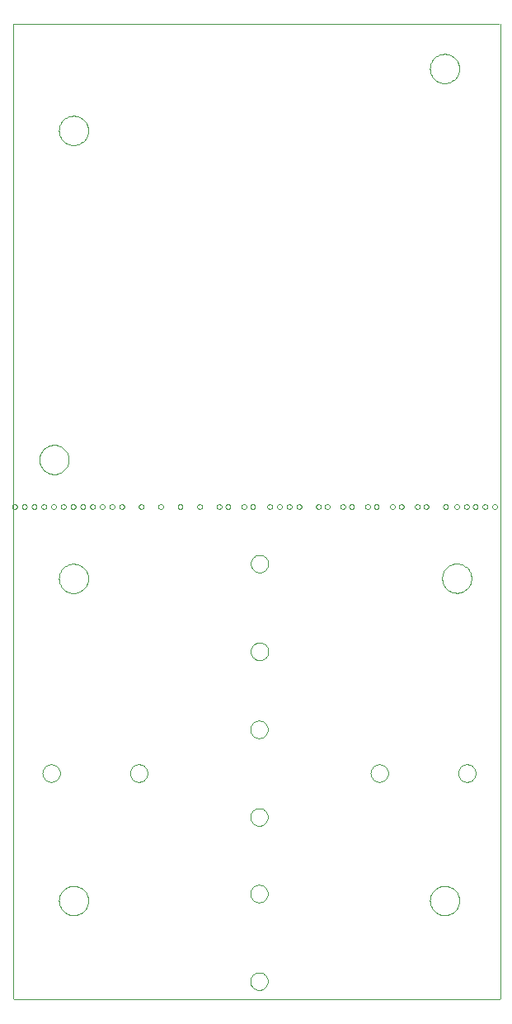
<source format=gko>
G75*
G70*
%OFA0B0*%
%FSLAX24Y24*%
%IPPOS*%
%LPD*%
%AMOC8*
5,1,8,0,0,1.08239X$1,22.5*
%
%ADD10C,0.0000*%
D10*
X018751Y014838D02*
X038399Y014838D01*
X038416Y014870D02*
X038416Y054240D01*
X038374Y054242D02*
X018731Y054242D01*
X018731Y054240D02*
X018731Y014870D01*
X020581Y018838D02*
X020583Y018886D01*
X020589Y018934D01*
X020599Y018981D01*
X020612Y019027D01*
X020630Y019072D01*
X020650Y019116D01*
X020675Y019158D01*
X020703Y019197D01*
X020733Y019234D01*
X020767Y019268D01*
X020804Y019300D01*
X020842Y019329D01*
X020883Y019354D01*
X020926Y019376D01*
X020971Y019394D01*
X021017Y019408D01*
X021064Y019419D01*
X021112Y019426D01*
X021160Y019429D01*
X021208Y019428D01*
X021256Y019423D01*
X021304Y019414D01*
X021350Y019402D01*
X021395Y019385D01*
X021439Y019365D01*
X021481Y019342D01*
X021521Y019315D01*
X021559Y019285D01*
X021594Y019252D01*
X021626Y019216D01*
X021656Y019178D01*
X021682Y019137D01*
X021704Y019094D01*
X021724Y019050D01*
X021739Y019005D01*
X021751Y018958D01*
X021759Y018910D01*
X021763Y018862D01*
X021763Y018814D01*
X021759Y018766D01*
X021751Y018718D01*
X021739Y018671D01*
X021724Y018626D01*
X021704Y018582D01*
X021682Y018539D01*
X021656Y018498D01*
X021626Y018460D01*
X021594Y018424D01*
X021559Y018391D01*
X021521Y018361D01*
X021481Y018334D01*
X021439Y018311D01*
X021395Y018291D01*
X021350Y018274D01*
X021304Y018262D01*
X021256Y018253D01*
X021208Y018248D01*
X021160Y018247D01*
X021112Y018250D01*
X021064Y018257D01*
X021017Y018268D01*
X020971Y018282D01*
X020926Y018300D01*
X020883Y018322D01*
X020842Y018347D01*
X020804Y018376D01*
X020767Y018408D01*
X020733Y018442D01*
X020703Y018479D01*
X020675Y018518D01*
X020650Y018560D01*
X020630Y018604D01*
X020612Y018649D01*
X020599Y018695D01*
X020589Y018742D01*
X020583Y018790D01*
X020581Y018838D01*
X019914Y023984D02*
X019916Y024021D01*
X019922Y024058D01*
X019931Y024094D01*
X019945Y024128D01*
X019962Y024161D01*
X019982Y024193D01*
X020005Y024222D01*
X020031Y024248D01*
X020060Y024271D01*
X020091Y024291D01*
X020125Y024308D01*
X020159Y024322D01*
X020195Y024331D01*
X020232Y024337D01*
X020269Y024339D01*
X020306Y024337D01*
X020343Y024331D01*
X020379Y024322D01*
X020413Y024308D01*
X020446Y024291D01*
X020478Y024271D01*
X020507Y024248D01*
X020533Y024222D01*
X020556Y024193D01*
X020576Y024162D01*
X020593Y024128D01*
X020607Y024094D01*
X020616Y024058D01*
X020622Y024021D01*
X020624Y023984D01*
X020622Y023947D01*
X020616Y023910D01*
X020607Y023874D01*
X020593Y023840D01*
X020576Y023807D01*
X020556Y023775D01*
X020533Y023746D01*
X020507Y023720D01*
X020478Y023697D01*
X020447Y023677D01*
X020413Y023660D01*
X020379Y023646D01*
X020343Y023637D01*
X020306Y023631D01*
X020269Y023629D01*
X020232Y023631D01*
X020195Y023637D01*
X020159Y023646D01*
X020125Y023660D01*
X020092Y023677D01*
X020060Y023697D01*
X020031Y023720D01*
X020005Y023746D01*
X019982Y023775D01*
X019962Y023806D01*
X019945Y023840D01*
X019931Y023874D01*
X019922Y023910D01*
X019916Y023947D01*
X019914Y023984D01*
X023454Y023984D02*
X023456Y024021D01*
X023462Y024058D01*
X023471Y024094D01*
X023485Y024128D01*
X023502Y024161D01*
X023522Y024193D01*
X023545Y024222D01*
X023571Y024248D01*
X023600Y024271D01*
X023631Y024291D01*
X023665Y024308D01*
X023699Y024322D01*
X023735Y024331D01*
X023772Y024337D01*
X023809Y024339D01*
X023846Y024337D01*
X023883Y024331D01*
X023919Y024322D01*
X023953Y024308D01*
X023986Y024291D01*
X024018Y024271D01*
X024047Y024248D01*
X024073Y024222D01*
X024096Y024193D01*
X024116Y024162D01*
X024133Y024128D01*
X024147Y024094D01*
X024156Y024058D01*
X024162Y024021D01*
X024164Y023984D01*
X024162Y023947D01*
X024156Y023910D01*
X024147Y023874D01*
X024133Y023840D01*
X024116Y023807D01*
X024096Y023775D01*
X024073Y023746D01*
X024047Y023720D01*
X024018Y023697D01*
X023987Y023677D01*
X023953Y023660D01*
X023919Y023646D01*
X023883Y023637D01*
X023846Y023631D01*
X023809Y023629D01*
X023772Y023631D01*
X023735Y023637D01*
X023699Y023646D01*
X023665Y023660D01*
X023632Y023677D01*
X023600Y023697D01*
X023571Y023720D01*
X023545Y023746D01*
X023522Y023775D01*
X023502Y023806D01*
X023485Y023840D01*
X023471Y023874D01*
X023462Y023910D01*
X023456Y023947D01*
X023454Y023984D01*
X028317Y025754D02*
X028319Y025791D01*
X028325Y025828D01*
X028334Y025864D01*
X028348Y025898D01*
X028365Y025931D01*
X028385Y025963D01*
X028408Y025992D01*
X028434Y026018D01*
X028463Y026041D01*
X028494Y026061D01*
X028528Y026078D01*
X028562Y026092D01*
X028598Y026101D01*
X028635Y026107D01*
X028672Y026109D01*
X028709Y026107D01*
X028746Y026101D01*
X028782Y026092D01*
X028816Y026078D01*
X028849Y026061D01*
X028881Y026041D01*
X028910Y026018D01*
X028936Y025992D01*
X028959Y025963D01*
X028979Y025932D01*
X028996Y025898D01*
X029010Y025864D01*
X029019Y025828D01*
X029025Y025791D01*
X029027Y025754D01*
X029025Y025717D01*
X029019Y025680D01*
X029010Y025644D01*
X028996Y025610D01*
X028979Y025577D01*
X028959Y025545D01*
X028936Y025516D01*
X028910Y025490D01*
X028881Y025467D01*
X028850Y025447D01*
X028816Y025430D01*
X028782Y025416D01*
X028746Y025407D01*
X028709Y025401D01*
X028672Y025399D01*
X028635Y025401D01*
X028598Y025407D01*
X028562Y025416D01*
X028528Y025430D01*
X028495Y025447D01*
X028463Y025467D01*
X028434Y025490D01*
X028408Y025516D01*
X028385Y025545D01*
X028365Y025576D01*
X028348Y025610D01*
X028334Y025644D01*
X028325Y025680D01*
X028319Y025717D01*
X028317Y025754D01*
X028337Y028907D02*
X028339Y028944D01*
X028345Y028981D01*
X028354Y029017D01*
X028368Y029051D01*
X028385Y029084D01*
X028405Y029116D01*
X028428Y029145D01*
X028454Y029171D01*
X028483Y029194D01*
X028514Y029214D01*
X028548Y029231D01*
X028582Y029245D01*
X028618Y029254D01*
X028655Y029260D01*
X028692Y029262D01*
X028729Y029260D01*
X028766Y029254D01*
X028802Y029245D01*
X028836Y029231D01*
X028869Y029214D01*
X028901Y029194D01*
X028930Y029171D01*
X028956Y029145D01*
X028979Y029116D01*
X028999Y029085D01*
X029016Y029051D01*
X029030Y029017D01*
X029039Y028981D01*
X029045Y028944D01*
X029047Y028907D01*
X029045Y028870D01*
X029039Y028833D01*
X029030Y028797D01*
X029016Y028763D01*
X028999Y028730D01*
X028979Y028698D01*
X028956Y028669D01*
X028930Y028643D01*
X028901Y028620D01*
X028870Y028600D01*
X028836Y028583D01*
X028802Y028569D01*
X028766Y028560D01*
X028729Y028554D01*
X028692Y028552D01*
X028655Y028554D01*
X028618Y028560D01*
X028582Y028569D01*
X028548Y028583D01*
X028515Y028600D01*
X028483Y028620D01*
X028454Y028643D01*
X028428Y028669D01*
X028405Y028698D01*
X028385Y028729D01*
X028368Y028763D01*
X028354Y028797D01*
X028345Y028833D01*
X028339Y028870D01*
X028337Y028907D01*
X028337Y032447D02*
X028339Y032484D01*
X028345Y032521D01*
X028354Y032557D01*
X028368Y032591D01*
X028385Y032624D01*
X028405Y032656D01*
X028428Y032685D01*
X028454Y032711D01*
X028483Y032734D01*
X028514Y032754D01*
X028548Y032771D01*
X028582Y032785D01*
X028618Y032794D01*
X028655Y032800D01*
X028692Y032802D01*
X028729Y032800D01*
X028766Y032794D01*
X028802Y032785D01*
X028836Y032771D01*
X028869Y032754D01*
X028901Y032734D01*
X028930Y032711D01*
X028956Y032685D01*
X028979Y032656D01*
X028999Y032625D01*
X029016Y032591D01*
X029030Y032557D01*
X029039Y032521D01*
X029045Y032484D01*
X029047Y032447D01*
X029045Y032410D01*
X029039Y032373D01*
X029030Y032337D01*
X029016Y032303D01*
X028999Y032270D01*
X028979Y032238D01*
X028956Y032209D01*
X028930Y032183D01*
X028901Y032160D01*
X028870Y032140D01*
X028836Y032123D01*
X028802Y032109D01*
X028766Y032100D01*
X028729Y032094D01*
X028692Y032092D01*
X028655Y032094D01*
X028618Y032100D01*
X028582Y032109D01*
X028548Y032123D01*
X028515Y032140D01*
X028483Y032160D01*
X028454Y032183D01*
X028428Y032209D01*
X028405Y032238D01*
X028385Y032269D01*
X028368Y032303D01*
X028354Y032337D01*
X028345Y032373D01*
X028339Y032410D01*
X028337Y032447D01*
X028318Y034752D02*
X028320Y034771D01*
X028325Y034790D01*
X028335Y034806D01*
X028347Y034821D01*
X028362Y034833D01*
X028378Y034843D01*
X028397Y034848D01*
X028416Y034850D01*
X028435Y034848D01*
X028454Y034843D01*
X028470Y034833D01*
X028485Y034821D01*
X028497Y034806D01*
X028507Y034790D01*
X028512Y034771D01*
X028514Y034752D01*
X028512Y034733D01*
X028507Y034714D01*
X028497Y034698D01*
X028485Y034683D01*
X028470Y034671D01*
X028454Y034661D01*
X028435Y034656D01*
X028416Y034654D01*
X028397Y034656D01*
X028378Y034661D01*
X028362Y034671D01*
X028347Y034683D01*
X028335Y034698D01*
X028325Y034714D01*
X028320Y034733D01*
X028318Y034752D01*
X027964Y034752D02*
X027966Y034771D01*
X027971Y034790D01*
X027981Y034806D01*
X027993Y034821D01*
X028008Y034833D01*
X028024Y034843D01*
X028043Y034848D01*
X028062Y034850D01*
X028081Y034848D01*
X028100Y034843D01*
X028116Y034833D01*
X028131Y034821D01*
X028143Y034806D01*
X028153Y034790D01*
X028158Y034771D01*
X028160Y034752D01*
X028158Y034733D01*
X028153Y034714D01*
X028143Y034698D01*
X028131Y034683D01*
X028116Y034671D01*
X028100Y034661D01*
X028081Y034656D01*
X028062Y034654D01*
X028043Y034656D01*
X028024Y034661D01*
X028008Y034671D01*
X027993Y034683D01*
X027981Y034698D01*
X027971Y034714D01*
X027966Y034733D01*
X027964Y034752D01*
X027315Y034752D02*
X027317Y034771D01*
X027322Y034790D01*
X027332Y034806D01*
X027344Y034821D01*
X027359Y034833D01*
X027375Y034843D01*
X027394Y034848D01*
X027413Y034850D01*
X027432Y034848D01*
X027451Y034843D01*
X027467Y034833D01*
X027482Y034821D01*
X027494Y034806D01*
X027504Y034790D01*
X027509Y034771D01*
X027511Y034752D01*
X027509Y034733D01*
X027504Y034714D01*
X027494Y034698D01*
X027482Y034683D01*
X027467Y034671D01*
X027451Y034661D01*
X027432Y034656D01*
X027413Y034654D01*
X027394Y034656D01*
X027375Y034661D01*
X027359Y034671D01*
X027344Y034683D01*
X027332Y034698D01*
X027322Y034714D01*
X027317Y034733D01*
X027315Y034752D01*
X026960Y034752D02*
X026962Y034771D01*
X026967Y034790D01*
X026977Y034806D01*
X026989Y034821D01*
X027004Y034833D01*
X027020Y034843D01*
X027039Y034848D01*
X027058Y034850D01*
X027077Y034848D01*
X027096Y034843D01*
X027112Y034833D01*
X027127Y034821D01*
X027139Y034806D01*
X027149Y034790D01*
X027154Y034771D01*
X027156Y034752D01*
X027154Y034733D01*
X027149Y034714D01*
X027139Y034698D01*
X027127Y034683D01*
X027112Y034671D01*
X027096Y034661D01*
X027077Y034656D01*
X027058Y034654D01*
X027039Y034656D01*
X027020Y034661D01*
X027004Y034671D01*
X026989Y034683D01*
X026977Y034698D01*
X026967Y034714D01*
X026962Y034733D01*
X026960Y034752D01*
X026173Y034752D02*
X026175Y034771D01*
X026180Y034790D01*
X026190Y034806D01*
X026202Y034821D01*
X026217Y034833D01*
X026233Y034843D01*
X026252Y034848D01*
X026271Y034850D01*
X026290Y034848D01*
X026309Y034843D01*
X026325Y034833D01*
X026340Y034821D01*
X026352Y034806D01*
X026362Y034790D01*
X026367Y034771D01*
X026369Y034752D01*
X026367Y034733D01*
X026362Y034714D01*
X026352Y034698D01*
X026340Y034683D01*
X026325Y034671D01*
X026309Y034661D01*
X026290Y034656D01*
X026271Y034654D01*
X026252Y034656D01*
X026233Y034661D01*
X026217Y034671D01*
X026202Y034683D01*
X026190Y034698D01*
X026180Y034714D01*
X026175Y034733D01*
X026173Y034752D01*
X025385Y034752D02*
X025387Y034771D01*
X025392Y034790D01*
X025402Y034806D01*
X025414Y034821D01*
X025429Y034833D01*
X025445Y034843D01*
X025464Y034848D01*
X025483Y034850D01*
X025502Y034848D01*
X025521Y034843D01*
X025537Y034833D01*
X025552Y034821D01*
X025564Y034806D01*
X025574Y034790D01*
X025579Y034771D01*
X025581Y034752D01*
X025579Y034733D01*
X025574Y034714D01*
X025564Y034698D01*
X025552Y034683D01*
X025537Y034671D01*
X025521Y034661D01*
X025502Y034656D01*
X025483Y034654D01*
X025464Y034656D01*
X025445Y034661D01*
X025429Y034671D01*
X025414Y034683D01*
X025402Y034698D01*
X025392Y034714D01*
X025387Y034733D01*
X025385Y034752D01*
X024598Y034752D02*
X024600Y034771D01*
X024605Y034790D01*
X024615Y034806D01*
X024627Y034821D01*
X024642Y034833D01*
X024658Y034843D01*
X024677Y034848D01*
X024696Y034850D01*
X024715Y034848D01*
X024734Y034843D01*
X024750Y034833D01*
X024765Y034821D01*
X024777Y034806D01*
X024787Y034790D01*
X024792Y034771D01*
X024794Y034752D01*
X024792Y034733D01*
X024787Y034714D01*
X024777Y034698D01*
X024765Y034683D01*
X024750Y034671D01*
X024734Y034661D01*
X024715Y034656D01*
X024696Y034654D01*
X024677Y034656D01*
X024658Y034661D01*
X024642Y034671D01*
X024627Y034683D01*
X024615Y034698D01*
X024605Y034714D01*
X024600Y034733D01*
X024598Y034752D01*
X023811Y034752D02*
X023813Y034771D01*
X023818Y034790D01*
X023828Y034806D01*
X023840Y034821D01*
X023855Y034833D01*
X023871Y034843D01*
X023890Y034848D01*
X023909Y034850D01*
X023928Y034848D01*
X023947Y034843D01*
X023963Y034833D01*
X023978Y034821D01*
X023990Y034806D01*
X024000Y034790D01*
X024005Y034771D01*
X024007Y034752D01*
X024005Y034733D01*
X024000Y034714D01*
X023990Y034698D01*
X023978Y034683D01*
X023963Y034671D01*
X023947Y034661D01*
X023928Y034656D01*
X023909Y034654D01*
X023890Y034656D01*
X023871Y034661D01*
X023855Y034671D01*
X023840Y034683D01*
X023828Y034698D01*
X023818Y034714D01*
X023813Y034733D01*
X023811Y034752D01*
X023023Y034752D02*
X023025Y034771D01*
X023030Y034790D01*
X023040Y034806D01*
X023052Y034821D01*
X023067Y034833D01*
X023083Y034843D01*
X023102Y034848D01*
X023121Y034850D01*
X023140Y034848D01*
X023159Y034843D01*
X023175Y034833D01*
X023190Y034821D01*
X023202Y034806D01*
X023212Y034790D01*
X023217Y034771D01*
X023219Y034752D01*
X023217Y034733D01*
X023212Y034714D01*
X023202Y034698D01*
X023190Y034683D01*
X023175Y034671D01*
X023159Y034661D01*
X023140Y034656D01*
X023121Y034654D01*
X023102Y034656D01*
X023083Y034661D01*
X023067Y034671D01*
X023052Y034683D01*
X023040Y034698D01*
X023030Y034714D01*
X023025Y034733D01*
X023023Y034752D01*
X022630Y034752D02*
X022632Y034771D01*
X022637Y034790D01*
X022647Y034806D01*
X022659Y034821D01*
X022674Y034833D01*
X022690Y034843D01*
X022709Y034848D01*
X022728Y034850D01*
X022747Y034848D01*
X022766Y034843D01*
X022782Y034833D01*
X022797Y034821D01*
X022809Y034806D01*
X022819Y034790D01*
X022824Y034771D01*
X022826Y034752D01*
X022824Y034733D01*
X022819Y034714D01*
X022809Y034698D01*
X022797Y034683D01*
X022782Y034671D01*
X022766Y034661D01*
X022747Y034656D01*
X022728Y034654D01*
X022709Y034656D01*
X022690Y034661D01*
X022674Y034671D01*
X022659Y034683D01*
X022647Y034698D01*
X022637Y034714D01*
X022632Y034733D01*
X022630Y034752D01*
X022236Y034752D02*
X022238Y034771D01*
X022243Y034790D01*
X022253Y034806D01*
X022265Y034821D01*
X022280Y034833D01*
X022296Y034843D01*
X022315Y034848D01*
X022334Y034850D01*
X022353Y034848D01*
X022372Y034843D01*
X022388Y034833D01*
X022403Y034821D01*
X022415Y034806D01*
X022425Y034790D01*
X022430Y034771D01*
X022432Y034752D01*
X022430Y034733D01*
X022425Y034714D01*
X022415Y034698D01*
X022403Y034683D01*
X022388Y034671D01*
X022372Y034661D01*
X022353Y034656D01*
X022334Y034654D01*
X022315Y034656D01*
X022296Y034661D01*
X022280Y034671D01*
X022265Y034683D01*
X022253Y034698D01*
X022243Y034714D01*
X022238Y034733D01*
X022236Y034752D01*
X021842Y034752D02*
X021844Y034771D01*
X021849Y034790D01*
X021859Y034806D01*
X021871Y034821D01*
X021886Y034833D01*
X021902Y034843D01*
X021921Y034848D01*
X021940Y034850D01*
X021959Y034848D01*
X021978Y034843D01*
X021994Y034833D01*
X022009Y034821D01*
X022021Y034806D01*
X022031Y034790D01*
X022036Y034771D01*
X022038Y034752D01*
X022036Y034733D01*
X022031Y034714D01*
X022021Y034698D01*
X022009Y034683D01*
X021994Y034671D01*
X021978Y034661D01*
X021959Y034656D01*
X021940Y034654D01*
X021921Y034656D01*
X021902Y034661D01*
X021886Y034671D01*
X021871Y034683D01*
X021859Y034698D01*
X021849Y034714D01*
X021844Y034733D01*
X021842Y034752D01*
X021448Y034752D02*
X021450Y034771D01*
X021455Y034790D01*
X021465Y034806D01*
X021477Y034821D01*
X021492Y034833D01*
X021508Y034843D01*
X021527Y034848D01*
X021546Y034850D01*
X021565Y034848D01*
X021584Y034843D01*
X021600Y034833D01*
X021615Y034821D01*
X021627Y034806D01*
X021637Y034790D01*
X021642Y034771D01*
X021644Y034752D01*
X021642Y034733D01*
X021637Y034714D01*
X021627Y034698D01*
X021615Y034683D01*
X021600Y034671D01*
X021584Y034661D01*
X021565Y034656D01*
X021546Y034654D01*
X021527Y034656D01*
X021508Y034661D01*
X021492Y034671D01*
X021477Y034683D01*
X021465Y034698D01*
X021455Y034714D01*
X021450Y034733D01*
X021448Y034752D01*
X021055Y034752D02*
X021057Y034771D01*
X021062Y034790D01*
X021072Y034806D01*
X021084Y034821D01*
X021099Y034833D01*
X021115Y034843D01*
X021134Y034848D01*
X021153Y034850D01*
X021172Y034848D01*
X021191Y034843D01*
X021207Y034833D01*
X021222Y034821D01*
X021234Y034806D01*
X021244Y034790D01*
X021249Y034771D01*
X021251Y034752D01*
X021249Y034733D01*
X021244Y034714D01*
X021234Y034698D01*
X021222Y034683D01*
X021207Y034671D01*
X021191Y034661D01*
X021172Y034656D01*
X021153Y034654D01*
X021134Y034656D01*
X021115Y034661D01*
X021099Y034671D01*
X021084Y034683D01*
X021072Y034698D01*
X021062Y034714D01*
X021057Y034733D01*
X021055Y034752D01*
X020661Y034752D02*
X020663Y034771D01*
X020668Y034790D01*
X020678Y034806D01*
X020690Y034821D01*
X020705Y034833D01*
X020721Y034843D01*
X020740Y034848D01*
X020759Y034850D01*
X020778Y034848D01*
X020797Y034843D01*
X020813Y034833D01*
X020828Y034821D01*
X020840Y034806D01*
X020850Y034790D01*
X020855Y034771D01*
X020857Y034752D01*
X020855Y034733D01*
X020850Y034714D01*
X020840Y034698D01*
X020828Y034683D01*
X020813Y034671D01*
X020797Y034661D01*
X020778Y034656D01*
X020759Y034654D01*
X020740Y034656D01*
X020721Y034661D01*
X020705Y034671D01*
X020690Y034683D01*
X020678Y034698D01*
X020668Y034714D01*
X020663Y034733D01*
X020661Y034752D01*
X020267Y034752D02*
X020269Y034771D01*
X020274Y034790D01*
X020284Y034806D01*
X020296Y034821D01*
X020311Y034833D01*
X020327Y034843D01*
X020346Y034848D01*
X020365Y034850D01*
X020384Y034848D01*
X020403Y034843D01*
X020419Y034833D01*
X020434Y034821D01*
X020446Y034806D01*
X020456Y034790D01*
X020461Y034771D01*
X020463Y034752D01*
X020461Y034733D01*
X020456Y034714D01*
X020446Y034698D01*
X020434Y034683D01*
X020419Y034671D01*
X020403Y034661D01*
X020384Y034656D01*
X020365Y034654D01*
X020346Y034656D01*
X020327Y034661D01*
X020311Y034671D01*
X020296Y034683D01*
X020284Y034698D01*
X020274Y034714D01*
X020269Y034733D01*
X020267Y034752D01*
X019874Y034752D02*
X019876Y034771D01*
X019881Y034790D01*
X019891Y034806D01*
X019903Y034821D01*
X019918Y034833D01*
X019934Y034843D01*
X019953Y034848D01*
X019972Y034850D01*
X019991Y034848D01*
X020010Y034843D01*
X020026Y034833D01*
X020041Y034821D01*
X020053Y034806D01*
X020063Y034790D01*
X020068Y034771D01*
X020070Y034752D01*
X020068Y034733D01*
X020063Y034714D01*
X020053Y034698D01*
X020041Y034683D01*
X020026Y034671D01*
X020010Y034661D01*
X019991Y034656D01*
X019972Y034654D01*
X019953Y034656D01*
X019934Y034661D01*
X019918Y034671D01*
X019903Y034683D01*
X019891Y034698D01*
X019881Y034714D01*
X019876Y034733D01*
X019874Y034752D01*
X019480Y034752D02*
X019482Y034771D01*
X019487Y034790D01*
X019497Y034806D01*
X019509Y034821D01*
X019524Y034833D01*
X019540Y034843D01*
X019559Y034848D01*
X019578Y034850D01*
X019597Y034848D01*
X019616Y034843D01*
X019632Y034833D01*
X019647Y034821D01*
X019659Y034806D01*
X019669Y034790D01*
X019674Y034771D01*
X019676Y034752D01*
X019674Y034733D01*
X019669Y034714D01*
X019659Y034698D01*
X019647Y034683D01*
X019632Y034671D01*
X019616Y034661D01*
X019597Y034656D01*
X019578Y034654D01*
X019559Y034656D01*
X019540Y034661D01*
X019524Y034671D01*
X019509Y034683D01*
X019497Y034698D01*
X019487Y034714D01*
X019482Y034733D01*
X019480Y034752D01*
X019086Y034752D02*
X019088Y034771D01*
X019093Y034790D01*
X019103Y034806D01*
X019115Y034821D01*
X019130Y034833D01*
X019146Y034843D01*
X019165Y034848D01*
X019184Y034850D01*
X019203Y034848D01*
X019222Y034843D01*
X019238Y034833D01*
X019253Y034821D01*
X019265Y034806D01*
X019275Y034790D01*
X019280Y034771D01*
X019282Y034752D01*
X019280Y034733D01*
X019275Y034714D01*
X019265Y034698D01*
X019253Y034683D01*
X019238Y034671D01*
X019222Y034661D01*
X019203Y034656D01*
X019184Y034654D01*
X019165Y034656D01*
X019146Y034661D01*
X019130Y034671D01*
X019115Y034683D01*
X019103Y034698D01*
X019093Y034714D01*
X019088Y034733D01*
X019086Y034752D01*
X018692Y034752D02*
X018694Y034771D01*
X018699Y034790D01*
X018709Y034806D01*
X018721Y034821D01*
X018736Y034833D01*
X018752Y034843D01*
X018771Y034848D01*
X018790Y034850D01*
X018809Y034848D01*
X018828Y034843D01*
X018844Y034833D01*
X018859Y034821D01*
X018871Y034806D01*
X018881Y034790D01*
X018886Y034771D01*
X018888Y034752D01*
X018886Y034733D01*
X018881Y034714D01*
X018871Y034698D01*
X018859Y034683D01*
X018844Y034671D01*
X018828Y034661D01*
X018809Y034656D01*
X018790Y034654D01*
X018771Y034656D01*
X018752Y034661D01*
X018736Y034671D01*
X018721Y034683D01*
X018709Y034698D01*
X018699Y034714D01*
X018694Y034733D01*
X018692Y034752D01*
X019794Y036653D02*
X019796Y036701D01*
X019802Y036749D01*
X019812Y036796D01*
X019825Y036842D01*
X019843Y036887D01*
X019863Y036931D01*
X019888Y036973D01*
X019916Y037012D01*
X019946Y037049D01*
X019980Y037083D01*
X020017Y037115D01*
X020055Y037144D01*
X020096Y037169D01*
X020139Y037191D01*
X020184Y037209D01*
X020230Y037223D01*
X020277Y037234D01*
X020325Y037241D01*
X020373Y037244D01*
X020421Y037243D01*
X020469Y037238D01*
X020517Y037229D01*
X020563Y037217D01*
X020608Y037200D01*
X020652Y037180D01*
X020694Y037157D01*
X020734Y037130D01*
X020772Y037100D01*
X020807Y037067D01*
X020839Y037031D01*
X020869Y036993D01*
X020895Y036952D01*
X020917Y036909D01*
X020937Y036865D01*
X020952Y036820D01*
X020964Y036773D01*
X020972Y036725D01*
X020976Y036677D01*
X020976Y036629D01*
X020972Y036581D01*
X020964Y036533D01*
X020952Y036486D01*
X020937Y036441D01*
X020917Y036397D01*
X020895Y036354D01*
X020869Y036313D01*
X020839Y036275D01*
X020807Y036239D01*
X020772Y036206D01*
X020734Y036176D01*
X020694Y036149D01*
X020652Y036126D01*
X020608Y036106D01*
X020563Y036089D01*
X020517Y036077D01*
X020469Y036068D01*
X020421Y036063D01*
X020373Y036062D01*
X020325Y036065D01*
X020277Y036072D01*
X020230Y036083D01*
X020184Y036097D01*
X020139Y036115D01*
X020096Y036137D01*
X020055Y036162D01*
X020017Y036191D01*
X019980Y036223D01*
X019946Y036257D01*
X019916Y036294D01*
X019888Y036333D01*
X019863Y036375D01*
X019843Y036419D01*
X019825Y036464D01*
X019812Y036510D01*
X019802Y036557D01*
X019796Y036605D01*
X019794Y036653D01*
X020581Y031850D02*
X020583Y031898D01*
X020589Y031946D01*
X020599Y031993D01*
X020612Y032039D01*
X020630Y032084D01*
X020650Y032128D01*
X020675Y032170D01*
X020703Y032209D01*
X020733Y032246D01*
X020767Y032280D01*
X020804Y032312D01*
X020842Y032341D01*
X020883Y032366D01*
X020926Y032388D01*
X020971Y032406D01*
X021017Y032420D01*
X021064Y032431D01*
X021112Y032438D01*
X021160Y032441D01*
X021208Y032440D01*
X021256Y032435D01*
X021304Y032426D01*
X021350Y032414D01*
X021395Y032397D01*
X021439Y032377D01*
X021481Y032354D01*
X021521Y032327D01*
X021559Y032297D01*
X021594Y032264D01*
X021626Y032228D01*
X021656Y032190D01*
X021682Y032149D01*
X021704Y032106D01*
X021724Y032062D01*
X021739Y032017D01*
X021751Y031970D01*
X021759Y031922D01*
X021763Y031874D01*
X021763Y031826D01*
X021759Y031778D01*
X021751Y031730D01*
X021739Y031683D01*
X021724Y031638D01*
X021704Y031594D01*
X021682Y031551D01*
X021656Y031510D01*
X021626Y031472D01*
X021594Y031436D01*
X021559Y031403D01*
X021521Y031373D01*
X021481Y031346D01*
X021439Y031323D01*
X021395Y031303D01*
X021350Y031286D01*
X021304Y031274D01*
X021256Y031265D01*
X021208Y031260D01*
X021160Y031259D01*
X021112Y031262D01*
X021064Y031269D01*
X021017Y031280D01*
X020971Y031294D01*
X020926Y031312D01*
X020883Y031334D01*
X020842Y031359D01*
X020804Y031388D01*
X020767Y031420D01*
X020733Y031454D01*
X020703Y031491D01*
X020675Y031530D01*
X020650Y031572D01*
X020630Y031616D01*
X020612Y031661D01*
X020599Y031707D01*
X020589Y031754D01*
X020583Y031802D01*
X020581Y031850D01*
X028317Y022214D02*
X028319Y022251D01*
X028325Y022288D01*
X028334Y022324D01*
X028348Y022358D01*
X028365Y022391D01*
X028385Y022423D01*
X028408Y022452D01*
X028434Y022478D01*
X028463Y022501D01*
X028494Y022521D01*
X028528Y022538D01*
X028562Y022552D01*
X028598Y022561D01*
X028635Y022567D01*
X028672Y022569D01*
X028709Y022567D01*
X028746Y022561D01*
X028782Y022552D01*
X028816Y022538D01*
X028849Y022521D01*
X028881Y022501D01*
X028910Y022478D01*
X028936Y022452D01*
X028959Y022423D01*
X028979Y022392D01*
X028996Y022358D01*
X029010Y022324D01*
X029019Y022288D01*
X029025Y022251D01*
X029027Y022214D01*
X029025Y022177D01*
X029019Y022140D01*
X029010Y022104D01*
X028996Y022070D01*
X028979Y022037D01*
X028959Y022005D01*
X028936Y021976D01*
X028910Y021950D01*
X028881Y021927D01*
X028850Y021907D01*
X028816Y021890D01*
X028782Y021876D01*
X028746Y021867D01*
X028709Y021861D01*
X028672Y021859D01*
X028635Y021861D01*
X028598Y021867D01*
X028562Y021876D01*
X028528Y021890D01*
X028495Y021907D01*
X028463Y021927D01*
X028434Y021950D01*
X028408Y021976D01*
X028385Y022005D01*
X028365Y022036D01*
X028348Y022070D01*
X028334Y022104D01*
X028325Y022140D01*
X028319Y022177D01*
X028317Y022214D01*
X028317Y019120D02*
X028319Y019157D01*
X028325Y019194D01*
X028334Y019230D01*
X028348Y019264D01*
X028365Y019297D01*
X028385Y019329D01*
X028408Y019358D01*
X028434Y019384D01*
X028463Y019407D01*
X028494Y019427D01*
X028528Y019444D01*
X028562Y019458D01*
X028598Y019467D01*
X028635Y019473D01*
X028672Y019475D01*
X028709Y019473D01*
X028746Y019467D01*
X028782Y019458D01*
X028816Y019444D01*
X028849Y019427D01*
X028881Y019407D01*
X028910Y019384D01*
X028936Y019358D01*
X028959Y019329D01*
X028979Y019298D01*
X028996Y019264D01*
X029010Y019230D01*
X029019Y019194D01*
X029025Y019157D01*
X029027Y019120D01*
X029025Y019083D01*
X029019Y019046D01*
X029010Y019010D01*
X028996Y018976D01*
X028979Y018943D01*
X028959Y018911D01*
X028936Y018882D01*
X028910Y018856D01*
X028881Y018833D01*
X028850Y018813D01*
X028816Y018796D01*
X028782Y018782D01*
X028746Y018773D01*
X028709Y018767D01*
X028672Y018765D01*
X028635Y018767D01*
X028598Y018773D01*
X028562Y018782D01*
X028528Y018796D01*
X028495Y018813D01*
X028463Y018833D01*
X028434Y018856D01*
X028408Y018882D01*
X028385Y018911D01*
X028365Y018942D01*
X028348Y018976D01*
X028334Y019010D01*
X028325Y019046D01*
X028319Y019083D01*
X028317Y019120D01*
X028317Y015580D02*
X028319Y015617D01*
X028325Y015654D01*
X028334Y015690D01*
X028348Y015724D01*
X028365Y015757D01*
X028385Y015789D01*
X028408Y015818D01*
X028434Y015844D01*
X028463Y015867D01*
X028494Y015887D01*
X028528Y015904D01*
X028562Y015918D01*
X028598Y015927D01*
X028635Y015933D01*
X028672Y015935D01*
X028709Y015933D01*
X028746Y015927D01*
X028782Y015918D01*
X028816Y015904D01*
X028849Y015887D01*
X028881Y015867D01*
X028910Y015844D01*
X028936Y015818D01*
X028959Y015789D01*
X028979Y015758D01*
X028996Y015724D01*
X029010Y015690D01*
X029019Y015654D01*
X029025Y015617D01*
X029027Y015580D01*
X029025Y015543D01*
X029019Y015506D01*
X029010Y015470D01*
X028996Y015436D01*
X028979Y015403D01*
X028959Y015371D01*
X028936Y015342D01*
X028910Y015316D01*
X028881Y015293D01*
X028850Y015273D01*
X028816Y015256D01*
X028782Y015242D01*
X028746Y015233D01*
X028709Y015227D01*
X028672Y015225D01*
X028635Y015227D01*
X028598Y015233D01*
X028562Y015242D01*
X028528Y015256D01*
X028495Y015273D01*
X028463Y015293D01*
X028434Y015316D01*
X028408Y015342D01*
X028385Y015371D01*
X028365Y015402D01*
X028348Y015436D01*
X028334Y015470D01*
X028325Y015506D01*
X028319Y015543D01*
X028317Y015580D01*
X033181Y023984D02*
X033183Y024021D01*
X033189Y024058D01*
X033198Y024094D01*
X033212Y024128D01*
X033229Y024161D01*
X033249Y024193D01*
X033272Y024222D01*
X033298Y024248D01*
X033327Y024271D01*
X033358Y024291D01*
X033392Y024308D01*
X033426Y024322D01*
X033462Y024331D01*
X033499Y024337D01*
X033536Y024339D01*
X033573Y024337D01*
X033610Y024331D01*
X033646Y024322D01*
X033680Y024308D01*
X033713Y024291D01*
X033745Y024271D01*
X033774Y024248D01*
X033800Y024222D01*
X033823Y024193D01*
X033843Y024162D01*
X033860Y024128D01*
X033874Y024094D01*
X033883Y024058D01*
X033889Y024021D01*
X033891Y023984D01*
X033889Y023947D01*
X033883Y023910D01*
X033874Y023874D01*
X033860Y023840D01*
X033843Y023807D01*
X033823Y023775D01*
X033800Y023746D01*
X033774Y023720D01*
X033745Y023697D01*
X033714Y023677D01*
X033680Y023660D01*
X033646Y023646D01*
X033610Y023637D01*
X033573Y023631D01*
X033536Y023629D01*
X033499Y023631D01*
X033462Y023637D01*
X033426Y023646D01*
X033392Y023660D01*
X033359Y023677D01*
X033327Y023697D01*
X033298Y023720D01*
X033272Y023746D01*
X033249Y023775D01*
X033229Y023806D01*
X033212Y023840D01*
X033198Y023874D01*
X033189Y023910D01*
X033183Y023947D01*
X033181Y023984D01*
X036721Y023984D02*
X036723Y024021D01*
X036729Y024058D01*
X036738Y024094D01*
X036752Y024128D01*
X036769Y024161D01*
X036789Y024193D01*
X036812Y024222D01*
X036838Y024248D01*
X036867Y024271D01*
X036898Y024291D01*
X036932Y024308D01*
X036966Y024322D01*
X037002Y024331D01*
X037039Y024337D01*
X037076Y024339D01*
X037113Y024337D01*
X037150Y024331D01*
X037186Y024322D01*
X037220Y024308D01*
X037253Y024291D01*
X037285Y024271D01*
X037314Y024248D01*
X037340Y024222D01*
X037363Y024193D01*
X037383Y024162D01*
X037400Y024128D01*
X037414Y024094D01*
X037423Y024058D01*
X037429Y024021D01*
X037431Y023984D01*
X037429Y023947D01*
X037423Y023910D01*
X037414Y023874D01*
X037400Y023840D01*
X037383Y023807D01*
X037363Y023775D01*
X037340Y023746D01*
X037314Y023720D01*
X037285Y023697D01*
X037254Y023677D01*
X037220Y023660D01*
X037186Y023646D01*
X037150Y023637D01*
X037113Y023631D01*
X037076Y023629D01*
X037039Y023631D01*
X037002Y023637D01*
X036966Y023646D01*
X036932Y023660D01*
X036899Y023677D01*
X036867Y023697D01*
X036838Y023720D01*
X036812Y023746D01*
X036789Y023775D01*
X036769Y023806D01*
X036752Y023840D01*
X036738Y023874D01*
X036729Y023910D01*
X036723Y023947D01*
X036721Y023984D01*
X035581Y018838D02*
X035583Y018886D01*
X035589Y018934D01*
X035599Y018981D01*
X035612Y019027D01*
X035630Y019072D01*
X035650Y019116D01*
X035675Y019158D01*
X035703Y019197D01*
X035733Y019234D01*
X035767Y019268D01*
X035804Y019300D01*
X035842Y019329D01*
X035883Y019354D01*
X035926Y019376D01*
X035971Y019394D01*
X036017Y019408D01*
X036064Y019419D01*
X036112Y019426D01*
X036160Y019429D01*
X036208Y019428D01*
X036256Y019423D01*
X036304Y019414D01*
X036350Y019402D01*
X036395Y019385D01*
X036439Y019365D01*
X036481Y019342D01*
X036521Y019315D01*
X036559Y019285D01*
X036594Y019252D01*
X036626Y019216D01*
X036656Y019178D01*
X036682Y019137D01*
X036704Y019094D01*
X036724Y019050D01*
X036739Y019005D01*
X036751Y018958D01*
X036759Y018910D01*
X036763Y018862D01*
X036763Y018814D01*
X036759Y018766D01*
X036751Y018718D01*
X036739Y018671D01*
X036724Y018626D01*
X036704Y018582D01*
X036682Y018539D01*
X036656Y018498D01*
X036626Y018460D01*
X036594Y018424D01*
X036559Y018391D01*
X036521Y018361D01*
X036481Y018334D01*
X036439Y018311D01*
X036395Y018291D01*
X036350Y018274D01*
X036304Y018262D01*
X036256Y018253D01*
X036208Y018248D01*
X036160Y018247D01*
X036112Y018250D01*
X036064Y018257D01*
X036017Y018268D01*
X035971Y018282D01*
X035926Y018300D01*
X035883Y018322D01*
X035842Y018347D01*
X035804Y018376D01*
X035767Y018408D01*
X035733Y018442D01*
X035703Y018479D01*
X035675Y018518D01*
X035650Y018560D01*
X035630Y018604D01*
X035612Y018649D01*
X035599Y018695D01*
X035589Y018742D01*
X035583Y018790D01*
X035581Y018838D01*
X036074Y031858D02*
X036076Y031906D01*
X036082Y031954D01*
X036092Y032001D01*
X036105Y032047D01*
X036123Y032092D01*
X036143Y032136D01*
X036168Y032178D01*
X036196Y032217D01*
X036226Y032254D01*
X036260Y032288D01*
X036297Y032320D01*
X036335Y032349D01*
X036376Y032374D01*
X036419Y032396D01*
X036464Y032414D01*
X036510Y032428D01*
X036557Y032439D01*
X036605Y032446D01*
X036653Y032449D01*
X036701Y032448D01*
X036749Y032443D01*
X036797Y032434D01*
X036843Y032422D01*
X036888Y032405D01*
X036932Y032385D01*
X036974Y032362D01*
X037014Y032335D01*
X037052Y032305D01*
X037087Y032272D01*
X037119Y032236D01*
X037149Y032198D01*
X037175Y032157D01*
X037197Y032114D01*
X037217Y032070D01*
X037232Y032025D01*
X037244Y031978D01*
X037252Y031930D01*
X037256Y031882D01*
X037256Y031834D01*
X037252Y031786D01*
X037244Y031738D01*
X037232Y031691D01*
X037217Y031646D01*
X037197Y031602D01*
X037175Y031559D01*
X037149Y031518D01*
X037119Y031480D01*
X037087Y031444D01*
X037052Y031411D01*
X037014Y031381D01*
X036974Y031354D01*
X036932Y031331D01*
X036888Y031311D01*
X036843Y031294D01*
X036797Y031282D01*
X036749Y031273D01*
X036701Y031268D01*
X036653Y031267D01*
X036605Y031270D01*
X036557Y031277D01*
X036510Y031288D01*
X036464Y031302D01*
X036419Y031320D01*
X036376Y031342D01*
X036335Y031367D01*
X036297Y031396D01*
X036260Y031428D01*
X036226Y031462D01*
X036196Y031499D01*
X036168Y031538D01*
X036143Y031580D01*
X036123Y031624D01*
X036105Y031669D01*
X036092Y031715D01*
X036082Y031762D01*
X036076Y031810D01*
X036074Y031858D01*
X036114Y034752D02*
X036116Y034771D01*
X036121Y034790D01*
X036131Y034806D01*
X036143Y034821D01*
X036158Y034833D01*
X036174Y034843D01*
X036193Y034848D01*
X036212Y034850D01*
X036231Y034848D01*
X036250Y034843D01*
X036266Y034833D01*
X036281Y034821D01*
X036293Y034806D01*
X036303Y034790D01*
X036308Y034771D01*
X036310Y034752D01*
X036308Y034733D01*
X036303Y034714D01*
X036293Y034698D01*
X036281Y034683D01*
X036266Y034671D01*
X036250Y034661D01*
X036231Y034656D01*
X036212Y034654D01*
X036193Y034656D01*
X036174Y034661D01*
X036158Y034671D01*
X036143Y034683D01*
X036131Y034698D01*
X036121Y034714D01*
X036116Y034733D01*
X036114Y034752D01*
X036567Y034752D02*
X036569Y034771D01*
X036574Y034790D01*
X036584Y034806D01*
X036596Y034821D01*
X036611Y034833D01*
X036627Y034843D01*
X036646Y034848D01*
X036665Y034850D01*
X036684Y034848D01*
X036703Y034843D01*
X036719Y034833D01*
X036734Y034821D01*
X036746Y034806D01*
X036756Y034790D01*
X036761Y034771D01*
X036763Y034752D01*
X036761Y034733D01*
X036756Y034714D01*
X036746Y034698D01*
X036734Y034683D01*
X036719Y034671D01*
X036703Y034661D01*
X036684Y034656D01*
X036665Y034654D01*
X036646Y034656D01*
X036627Y034661D01*
X036611Y034671D01*
X036596Y034683D01*
X036584Y034698D01*
X036574Y034714D01*
X036569Y034733D01*
X036567Y034752D01*
X036960Y034752D02*
X036962Y034771D01*
X036967Y034790D01*
X036977Y034806D01*
X036989Y034821D01*
X037004Y034833D01*
X037020Y034843D01*
X037039Y034848D01*
X037058Y034850D01*
X037077Y034848D01*
X037096Y034843D01*
X037112Y034833D01*
X037127Y034821D01*
X037139Y034806D01*
X037149Y034790D01*
X037154Y034771D01*
X037156Y034752D01*
X037154Y034733D01*
X037149Y034714D01*
X037139Y034698D01*
X037127Y034683D01*
X037112Y034671D01*
X037096Y034661D01*
X037077Y034656D01*
X037058Y034654D01*
X037039Y034656D01*
X037020Y034661D01*
X037004Y034671D01*
X036989Y034683D01*
X036977Y034698D01*
X036967Y034714D01*
X036962Y034733D01*
X036960Y034752D01*
X037315Y034752D02*
X037317Y034771D01*
X037322Y034790D01*
X037332Y034806D01*
X037344Y034821D01*
X037359Y034833D01*
X037375Y034843D01*
X037394Y034848D01*
X037413Y034850D01*
X037432Y034848D01*
X037451Y034843D01*
X037467Y034833D01*
X037482Y034821D01*
X037494Y034806D01*
X037504Y034790D01*
X037509Y034771D01*
X037511Y034752D01*
X037509Y034733D01*
X037504Y034714D01*
X037494Y034698D01*
X037482Y034683D01*
X037467Y034671D01*
X037451Y034661D01*
X037432Y034656D01*
X037413Y034654D01*
X037394Y034656D01*
X037375Y034661D01*
X037359Y034671D01*
X037344Y034683D01*
X037332Y034698D01*
X037322Y034714D01*
X037317Y034733D01*
X037315Y034752D01*
X037708Y034752D02*
X037710Y034771D01*
X037715Y034790D01*
X037725Y034806D01*
X037737Y034821D01*
X037752Y034833D01*
X037768Y034843D01*
X037787Y034848D01*
X037806Y034850D01*
X037825Y034848D01*
X037844Y034843D01*
X037860Y034833D01*
X037875Y034821D01*
X037887Y034806D01*
X037897Y034790D01*
X037902Y034771D01*
X037904Y034752D01*
X037902Y034733D01*
X037897Y034714D01*
X037887Y034698D01*
X037875Y034683D01*
X037860Y034671D01*
X037844Y034661D01*
X037825Y034656D01*
X037806Y034654D01*
X037787Y034656D01*
X037768Y034661D01*
X037752Y034671D01*
X037737Y034683D01*
X037725Y034698D01*
X037715Y034714D01*
X037710Y034733D01*
X037708Y034752D01*
X038102Y034752D02*
X038104Y034771D01*
X038109Y034790D01*
X038119Y034806D01*
X038131Y034821D01*
X038146Y034833D01*
X038162Y034843D01*
X038181Y034848D01*
X038200Y034850D01*
X038219Y034848D01*
X038238Y034843D01*
X038254Y034833D01*
X038269Y034821D01*
X038281Y034806D01*
X038291Y034790D01*
X038296Y034771D01*
X038298Y034752D01*
X038296Y034733D01*
X038291Y034714D01*
X038281Y034698D01*
X038269Y034683D01*
X038254Y034671D01*
X038238Y034661D01*
X038219Y034656D01*
X038200Y034654D01*
X038181Y034656D01*
X038162Y034661D01*
X038146Y034671D01*
X038131Y034683D01*
X038119Y034698D01*
X038109Y034714D01*
X038104Y034733D01*
X038102Y034752D01*
X035326Y034752D02*
X035328Y034771D01*
X035333Y034790D01*
X035343Y034806D01*
X035355Y034821D01*
X035370Y034833D01*
X035386Y034843D01*
X035405Y034848D01*
X035424Y034850D01*
X035443Y034848D01*
X035462Y034843D01*
X035478Y034833D01*
X035493Y034821D01*
X035505Y034806D01*
X035515Y034790D01*
X035520Y034771D01*
X035522Y034752D01*
X035520Y034733D01*
X035515Y034714D01*
X035505Y034698D01*
X035493Y034683D01*
X035478Y034671D01*
X035462Y034661D01*
X035443Y034656D01*
X035424Y034654D01*
X035405Y034656D01*
X035386Y034661D01*
X035370Y034671D01*
X035355Y034683D01*
X035343Y034698D01*
X035333Y034714D01*
X035328Y034733D01*
X035326Y034752D01*
X034972Y034752D02*
X034974Y034771D01*
X034979Y034790D01*
X034989Y034806D01*
X035001Y034821D01*
X035016Y034833D01*
X035032Y034843D01*
X035051Y034848D01*
X035070Y034850D01*
X035089Y034848D01*
X035108Y034843D01*
X035124Y034833D01*
X035139Y034821D01*
X035151Y034806D01*
X035161Y034790D01*
X035166Y034771D01*
X035168Y034752D01*
X035166Y034733D01*
X035161Y034714D01*
X035151Y034698D01*
X035139Y034683D01*
X035124Y034671D01*
X035108Y034661D01*
X035089Y034656D01*
X035070Y034654D01*
X035051Y034656D01*
X035032Y034661D01*
X035016Y034671D01*
X035001Y034683D01*
X034989Y034698D01*
X034979Y034714D01*
X034974Y034733D01*
X034972Y034752D01*
X034322Y034752D02*
X034324Y034771D01*
X034329Y034790D01*
X034339Y034806D01*
X034351Y034821D01*
X034366Y034833D01*
X034382Y034843D01*
X034401Y034848D01*
X034420Y034850D01*
X034439Y034848D01*
X034458Y034843D01*
X034474Y034833D01*
X034489Y034821D01*
X034501Y034806D01*
X034511Y034790D01*
X034516Y034771D01*
X034518Y034752D01*
X034516Y034733D01*
X034511Y034714D01*
X034501Y034698D01*
X034489Y034683D01*
X034474Y034671D01*
X034458Y034661D01*
X034439Y034656D01*
X034420Y034654D01*
X034401Y034656D01*
X034382Y034661D01*
X034366Y034671D01*
X034351Y034683D01*
X034339Y034698D01*
X034329Y034714D01*
X034324Y034733D01*
X034322Y034752D01*
X033968Y034752D02*
X033970Y034771D01*
X033975Y034790D01*
X033985Y034806D01*
X033997Y034821D01*
X034012Y034833D01*
X034028Y034843D01*
X034047Y034848D01*
X034066Y034850D01*
X034085Y034848D01*
X034104Y034843D01*
X034120Y034833D01*
X034135Y034821D01*
X034147Y034806D01*
X034157Y034790D01*
X034162Y034771D01*
X034164Y034752D01*
X034162Y034733D01*
X034157Y034714D01*
X034147Y034698D01*
X034135Y034683D01*
X034120Y034671D01*
X034104Y034661D01*
X034085Y034656D01*
X034066Y034654D01*
X034047Y034656D01*
X034028Y034661D01*
X034012Y034671D01*
X033997Y034683D01*
X033985Y034698D01*
X033975Y034714D01*
X033970Y034733D01*
X033968Y034752D01*
X033318Y034752D02*
X033320Y034771D01*
X033325Y034790D01*
X033335Y034806D01*
X033347Y034821D01*
X033362Y034833D01*
X033378Y034843D01*
X033397Y034848D01*
X033416Y034850D01*
X033435Y034848D01*
X033454Y034843D01*
X033470Y034833D01*
X033485Y034821D01*
X033497Y034806D01*
X033507Y034790D01*
X033512Y034771D01*
X033514Y034752D01*
X033512Y034733D01*
X033507Y034714D01*
X033497Y034698D01*
X033485Y034683D01*
X033470Y034671D01*
X033454Y034661D01*
X033435Y034656D01*
X033416Y034654D01*
X033397Y034656D01*
X033378Y034661D01*
X033362Y034671D01*
X033347Y034683D01*
X033335Y034698D01*
X033325Y034714D01*
X033320Y034733D01*
X033318Y034752D01*
X032964Y034752D02*
X032966Y034771D01*
X032971Y034790D01*
X032981Y034806D01*
X032993Y034821D01*
X033008Y034833D01*
X033024Y034843D01*
X033043Y034848D01*
X033062Y034850D01*
X033081Y034848D01*
X033100Y034843D01*
X033116Y034833D01*
X033131Y034821D01*
X033143Y034806D01*
X033153Y034790D01*
X033158Y034771D01*
X033160Y034752D01*
X033158Y034733D01*
X033153Y034714D01*
X033143Y034698D01*
X033131Y034683D01*
X033116Y034671D01*
X033100Y034661D01*
X033081Y034656D01*
X033062Y034654D01*
X033043Y034656D01*
X033024Y034661D01*
X033008Y034671D01*
X032993Y034683D01*
X032981Y034698D01*
X032971Y034714D01*
X032966Y034733D01*
X032964Y034752D01*
X032315Y034752D02*
X032317Y034771D01*
X032322Y034790D01*
X032332Y034806D01*
X032344Y034821D01*
X032359Y034833D01*
X032375Y034843D01*
X032394Y034848D01*
X032413Y034850D01*
X032432Y034848D01*
X032451Y034843D01*
X032467Y034833D01*
X032482Y034821D01*
X032494Y034806D01*
X032504Y034790D01*
X032509Y034771D01*
X032511Y034752D01*
X032509Y034733D01*
X032504Y034714D01*
X032494Y034698D01*
X032482Y034683D01*
X032467Y034671D01*
X032451Y034661D01*
X032432Y034656D01*
X032413Y034654D01*
X032394Y034656D01*
X032375Y034661D01*
X032359Y034671D01*
X032344Y034683D01*
X032332Y034698D01*
X032322Y034714D01*
X032317Y034733D01*
X032315Y034752D01*
X031960Y034752D02*
X031962Y034771D01*
X031967Y034790D01*
X031977Y034806D01*
X031989Y034821D01*
X032004Y034833D01*
X032020Y034843D01*
X032039Y034848D01*
X032058Y034850D01*
X032077Y034848D01*
X032096Y034843D01*
X032112Y034833D01*
X032127Y034821D01*
X032139Y034806D01*
X032149Y034790D01*
X032154Y034771D01*
X032156Y034752D01*
X032154Y034733D01*
X032149Y034714D01*
X032139Y034698D01*
X032127Y034683D01*
X032112Y034671D01*
X032096Y034661D01*
X032077Y034656D01*
X032058Y034654D01*
X032039Y034656D01*
X032020Y034661D01*
X032004Y034671D01*
X031989Y034683D01*
X031977Y034698D01*
X031967Y034714D01*
X031962Y034733D01*
X031960Y034752D01*
X031330Y034752D02*
X031332Y034771D01*
X031337Y034790D01*
X031347Y034806D01*
X031359Y034821D01*
X031374Y034833D01*
X031390Y034843D01*
X031409Y034848D01*
X031428Y034850D01*
X031447Y034848D01*
X031466Y034843D01*
X031482Y034833D01*
X031497Y034821D01*
X031509Y034806D01*
X031519Y034790D01*
X031524Y034771D01*
X031526Y034752D01*
X031524Y034733D01*
X031519Y034714D01*
X031509Y034698D01*
X031497Y034683D01*
X031482Y034671D01*
X031466Y034661D01*
X031447Y034656D01*
X031428Y034654D01*
X031409Y034656D01*
X031390Y034661D01*
X031374Y034671D01*
X031359Y034683D01*
X031347Y034698D01*
X031337Y034714D01*
X031332Y034733D01*
X031330Y034752D01*
X030976Y034752D02*
X030978Y034771D01*
X030983Y034790D01*
X030993Y034806D01*
X031005Y034821D01*
X031020Y034833D01*
X031036Y034843D01*
X031055Y034848D01*
X031074Y034850D01*
X031093Y034848D01*
X031112Y034843D01*
X031128Y034833D01*
X031143Y034821D01*
X031155Y034806D01*
X031165Y034790D01*
X031170Y034771D01*
X031172Y034752D01*
X031170Y034733D01*
X031165Y034714D01*
X031155Y034698D01*
X031143Y034683D01*
X031128Y034671D01*
X031112Y034661D01*
X031093Y034656D01*
X031074Y034654D01*
X031055Y034656D01*
X031036Y034661D01*
X031020Y034671D01*
X031005Y034683D01*
X030993Y034698D01*
X030983Y034714D01*
X030978Y034733D01*
X030976Y034752D01*
X030189Y034752D02*
X030191Y034771D01*
X030196Y034790D01*
X030206Y034806D01*
X030218Y034821D01*
X030233Y034833D01*
X030249Y034843D01*
X030268Y034848D01*
X030287Y034850D01*
X030306Y034848D01*
X030325Y034843D01*
X030341Y034833D01*
X030356Y034821D01*
X030368Y034806D01*
X030378Y034790D01*
X030383Y034771D01*
X030385Y034752D01*
X030383Y034733D01*
X030378Y034714D01*
X030368Y034698D01*
X030356Y034683D01*
X030341Y034671D01*
X030325Y034661D01*
X030306Y034656D01*
X030287Y034654D01*
X030268Y034656D01*
X030249Y034661D01*
X030233Y034671D01*
X030218Y034683D01*
X030206Y034698D01*
X030196Y034714D01*
X030191Y034733D01*
X030189Y034752D01*
X029795Y034752D02*
X029797Y034771D01*
X029802Y034790D01*
X029812Y034806D01*
X029824Y034821D01*
X029839Y034833D01*
X029855Y034843D01*
X029874Y034848D01*
X029893Y034850D01*
X029912Y034848D01*
X029931Y034843D01*
X029947Y034833D01*
X029962Y034821D01*
X029974Y034806D01*
X029984Y034790D01*
X029989Y034771D01*
X029991Y034752D01*
X029989Y034733D01*
X029984Y034714D01*
X029974Y034698D01*
X029962Y034683D01*
X029947Y034671D01*
X029931Y034661D01*
X029912Y034656D01*
X029893Y034654D01*
X029874Y034656D01*
X029855Y034661D01*
X029839Y034671D01*
X029824Y034683D01*
X029812Y034698D01*
X029802Y034714D01*
X029797Y034733D01*
X029795Y034752D01*
X029401Y034752D02*
X029403Y034771D01*
X029408Y034790D01*
X029418Y034806D01*
X029430Y034821D01*
X029445Y034833D01*
X029461Y034843D01*
X029480Y034848D01*
X029499Y034850D01*
X029518Y034848D01*
X029537Y034843D01*
X029553Y034833D01*
X029568Y034821D01*
X029580Y034806D01*
X029590Y034790D01*
X029595Y034771D01*
X029597Y034752D01*
X029595Y034733D01*
X029590Y034714D01*
X029580Y034698D01*
X029568Y034683D01*
X029553Y034671D01*
X029537Y034661D01*
X029518Y034656D01*
X029499Y034654D01*
X029480Y034656D01*
X029461Y034661D01*
X029445Y034671D01*
X029430Y034683D01*
X029418Y034698D01*
X029408Y034714D01*
X029403Y034733D01*
X029401Y034752D01*
X029007Y034752D02*
X029009Y034771D01*
X029014Y034790D01*
X029024Y034806D01*
X029036Y034821D01*
X029051Y034833D01*
X029067Y034843D01*
X029086Y034848D01*
X029105Y034850D01*
X029124Y034848D01*
X029143Y034843D01*
X029159Y034833D01*
X029174Y034821D01*
X029186Y034806D01*
X029196Y034790D01*
X029201Y034771D01*
X029203Y034752D01*
X029201Y034733D01*
X029196Y034714D01*
X029186Y034698D01*
X029174Y034683D01*
X029159Y034671D01*
X029143Y034661D01*
X029124Y034656D01*
X029105Y034654D01*
X029086Y034656D01*
X029067Y034661D01*
X029051Y034671D01*
X029036Y034683D01*
X029024Y034698D01*
X029014Y034714D01*
X029009Y034733D01*
X029007Y034752D01*
X020581Y049947D02*
X020583Y049995D01*
X020589Y050043D01*
X020599Y050090D01*
X020612Y050136D01*
X020630Y050181D01*
X020650Y050225D01*
X020675Y050267D01*
X020703Y050306D01*
X020733Y050343D01*
X020767Y050377D01*
X020804Y050409D01*
X020842Y050438D01*
X020883Y050463D01*
X020926Y050485D01*
X020971Y050503D01*
X021017Y050517D01*
X021064Y050528D01*
X021112Y050535D01*
X021160Y050538D01*
X021208Y050537D01*
X021256Y050532D01*
X021304Y050523D01*
X021350Y050511D01*
X021395Y050494D01*
X021439Y050474D01*
X021481Y050451D01*
X021521Y050424D01*
X021559Y050394D01*
X021594Y050361D01*
X021626Y050325D01*
X021656Y050287D01*
X021682Y050246D01*
X021704Y050203D01*
X021724Y050159D01*
X021739Y050114D01*
X021751Y050067D01*
X021759Y050019D01*
X021763Y049971D01*
X021763Y049923D01*
X021759Y049875D01*
X021751Y049827D01*
X021739Y049780D01*
X021724Y049735D01*
X021704Y049691D01*
X021682Y049648D01*
X021656Y049607D01*
X021626Y049569D01*
X021594Y049533D01*
X021559Y049500D01*
X021521Y049470D01*
X021481Y049443D01*
X021439Y049420D01*
X021395Y049400D01*
X021350Y049383D01*
X021304Y049371D01*
X021256Y049362D01*
X021208Y049357D01*
X021160Y049356D01*
X021112Y049359D01*
X021064Y049366D01*
X021017Y049377D01*
X020971Y049391D01*
X020926Y049409D01*
X020883Y049431D01*
X020842Y049456D01*
X020804Y049485D01*
X020767Y049517D01*
X020733Y049551D01*
X020703Y049588D01*
X020675Y049627D01*
X020650Y049669D01*
X020630Y049713D01*
X020612Y049758D01*
X020599Y049804D01*
X020589Y049851D01*
X020583Y049899D01*
X020581Y049947D01*
X035581Y052447D02*
X035583Y052495D01*
X035589Y052543D01*
X035599Y052590D01*
X035612Y052636D01*
X035630Y052681D01*
X035650Y052725D01*
X035675Y052767D01*
X035703Y052806D01*
X035733Y052843D01*
X035767Y052877D01*
X035804Y052909D01*
X035842Y052938D01*
X035883Y052963D01*
X035926Y052985D01*
X035971Y053003D01*
X036017Y053017D01*
X036064Y053028D01*
X036112Y053035D01*
X036160Y053038D01*
X036208Y053037D01*
X036256Y053032D01*
X036304Y053023D01*
X036350Y053011D01*
X036395Y052994D01*
X036439Y052974D01*
X036481Y052951D01*
X036521Y052924D01*
X036559Y052894D01*
X036594Y052861D01*
X036626Y052825D01*
X036656Y052787D01*
X036682Y052746D01*
X036704Y052703D01*
X036724Y052659D01*
X036739Y052614D01*
X036751Y052567D01*
X036759Y052519D01*
X036763Y052471D01*
X036763Y052423D01*
X036759Y052375D01*
X036751Y052327D01*
X036739Y052280D01*
X036724Y052235D01*
X036704Y052191D01*
X036682Y052148D01*
X036656Y052107D01*
X036626Y052069D01*
X036594Y052033D01*
X036559Y052000D01*
X036521Y051970D01*
X036481Y051943D01*
X036439Y051920D01*
X036395Y051900D01*
X036350Y051883D01*
X036304Y051871D01*
X036256Y051862D01*
X036208Y051857D01*
X036160Y051856D01*
X036112Y051859D01*
X036064Y051866D01*
X036017Y051877D01*
X035971Y051891D01*
X035926Y051909D01*
X035883Y051931D01*
X035842Y051956D01*
X035804Y051985D01*
X035767Y052017D01*
X035733Y052051D01*
X035703Y052088D01*
X035675Y052127D01*
X035650Y052169D01*
X035630Y052213D01*
X035612Y052258D01*
X035599Y052304D01*
X035589Y052351D01*
X035583Y052399D01*
X035581Y052447D01*
M02*

</source>
